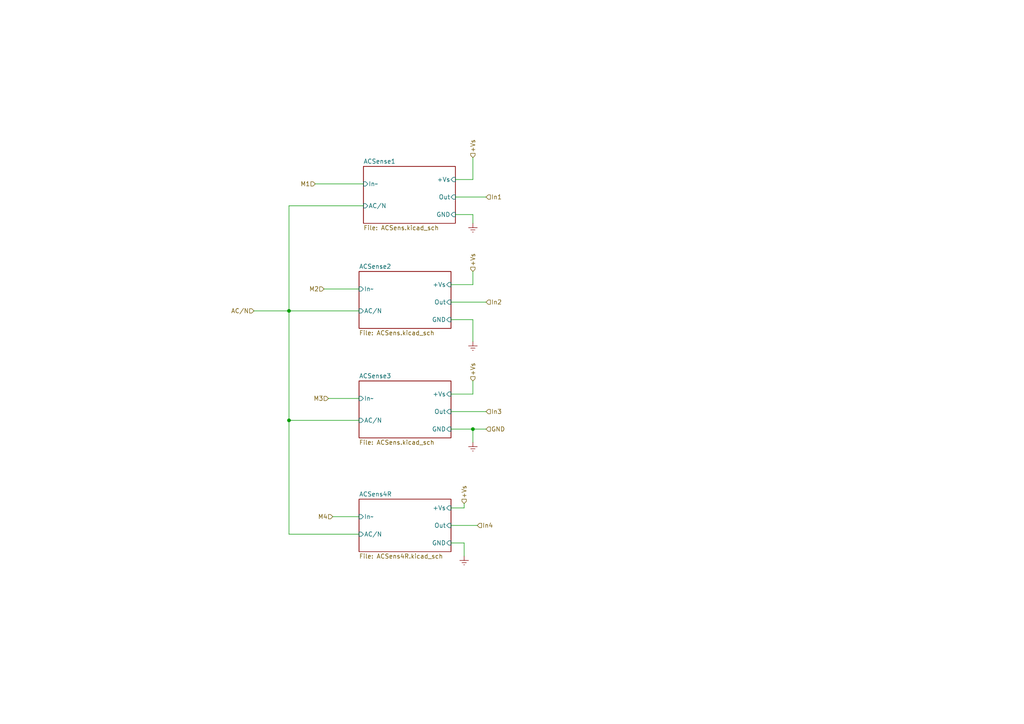
<source format=kicad_sch>
(kicad_sch (version 20230121) (generator eeschema)
  (paper "A4")
  (lib_symbols
    (symbol "power:Earth" (power) (pin_names (offset 0))
      (symbol "Earth_0_1"
        (polyline (pts (xy -0.635 -1.905) (xy 0.635 -1.905)))
        (polyline (pts (xy -0.127 -2.54) (xy 0.127 -2.54)))
        (polyline (pts (xy 0 -1.27) (xy 0 0)))
        (polyline (pts (xy 1.27 -1.27) (xy -1.27 -1.27)))
      )
      (symbol "Earth_1_1"
        (pin power_in line (at 0 0 270) (length 0) hide (name "Earth") (number "1"))
      )
    )
  )
  (junction (at 83.82 121.92))
  (junction (at 83.82 90.17))
  (junction (at 137.16 124.46))
  (wire (pts (xy 140.97 87.63) (xy 130.81 87.63)))
  (wire (pts (xy 105.41 59.69) (xy 83.82 59.69)))
  (wire (pts (xy 137.16 110.49) (xy 137.16 114.3)))
  (wire (pts (xy 130.81 114.3) (xy 137.16 114.3)))
  (wire (pts (xy 104.14 121.92) (xy 83.82 121.92)))
  (wire (pts (xy 73.66 90.17) (xy 83.82 90.17)))
  (wire (pts (xy 83.82 59.69) (xy 83.82 90.17)))
  (wire (pts (xy 130.81 124.46) (xy 137.16 124.46)))
  (wire (pts (xy 137.16 92.71) (xy 137.16 99.06)))
  (wire (pts (xy 137.16 124.46) (xy 140.97 124.46)))
  (wire (pts (xy 83.82 90.17) (xy 83.82 121.92)))
  (wire (pts (xy 132.08 62.23) (xy 137.16 62.23)))
  (wire (pts (xy 130.81 119.38) (xy 140.97 119.38)))
  (wire (pts (xy 137.16 62.23) (xy 137.16 64.77)))
  (wire (pts (xy 83.82 90.17) (xy 104.14 90.17)))
  (wire (pts (xy 130.81 147.32) (xy 134.62 147.32)))
  (wire (pts (xy 95.25 115.57) (xy 104.14 115.57)))
  (wire (pts (xy 132.08 52.07) (xy 137.16 52.07)))
  (wire (pts (xy 134.62 161.29) (xy 134.62 157.48)))
  (wire (pts (xy 130.81 82.55) (xy 137.16 82.55)))
  (wire (pts (xy 132.08 57.15) (xy 140.97 57.15)))
  (wire (pts (xy 91.44 53.34) (xy 105.41 53.34)))
  (wire (pts (xy 137.16 45.72) (xy 137.16 52.07)))
  (wire (pts (xy 134.62 147.32) (xy 134.62 146.05)))
  (wire (pts (xy 137.16 82.55) (xy 137.16 78.74)))
  (wire (pts (xy 130.81 92.71) (xy 137.16 92.71)))
  (wire (pts (xy 96.52 149.86) (xy 104.14 149.86)))
  (wire (pts (xy 104.14 154.94) (xy 83.82 154.94)))
  (wire (pts (xy 137.16 128.27) (xy 137.16 124.46)))
  (wire (pts (xy 130.81 152.4) (xy 138.43 152.4)))
  (wire (pts (xy 83.82 154.94) (xy 83.82 121.92)))
  (wire (pts (xy 134.62 157.48) (xy 130.81 157.48)))
  (wire (pts (xy 93.98 83.82) (xy 104.14 83.82)))
  (hierarchical_label "+Vs" (shape input) (at 134.62 146.05 90))
  (hierarchical_label "+Vs" (shape input) (at 137.16 78.74 90))
  (hierarchical_label "In2" (shape input) (at 140.97 87.63 0))
  (hierarchical_label "In4" (shape input) (at 138.43 152.4 0))
  (hierarchical_label "+Vs" (shape input) (at 137.16 45.72 90))
  (hierarchical_label "M4" (shape input) (at 96.52 149.86 180))
  (hierarchical_label "In1" (shape input) (at 140.97 57.15 0))
  (hierarchical_label "+Vs" (shape input) (at 137.16 110.49 90))
  (hierarchical_label "In3" (shape input) (at 140.97 119.38 0))
  (hierarchical_label "M2" (shape input) (at 93.98 83.82 180))
  (hierarchical_label "AC{slash}N" (shape input) (at 73.66 90.17 180))
  (hierarchical_label "M1" (shape input) (at 91.44 53.34 180))
  (hierarchical_label "GND" (shape input) (at 140.97 124.46 0))
  (hierarchical_label "M3" (shape input) (at 95.25 115.57 180))
  (symbol (lib_id "power:Earth") (at 134.62 161.29 0) (unit 1)
    (property "Reference" "#PWR03" (effects hide))
    (property "Value" "Earth" (effects hide))
    (instances (project "ACSensor-3N" (path "" (reference "#PWR03") (unit 1))) (project "WemosD1Mini-8266" (path "" (reference "#PWR01") (unit 1)) (path "" (reference "#PWR08") (unit 1))))
  )
  (symbol (lib_id "power:Earth") (at 137.16 64.77 0) (unit 1)
    (property "Reference" "#PWR03" (effects hide))
    (property "Value" "Earth" (effects hide))
    (instances (project "ACSensor-3N" (path "" (reference "#PWR03") (unit 1))) (project "WemosD1Mini-8266" (path "" (reference "#PWR01") (unit 1)) (path "" (reference "#PWR06") (unit 1))))
  )
  (symbol (lib_id "power:Earth") (at 137.16 128.27 0) (unit 1)
    (property "Reference" "#PWR03" (effects hide))
    (property "Value" "Earth" (effects hide))
    (instances (project "ACSensor-3N" (path "" (reference "#PWR03") (unit 1))) (project "WemosD1Mini-8266" (path "" (reference "#PWR01") (unit 1)) (path "" (reference "#PWR04") (unit 1))))
  )
  (symbol (lib_id "power:Earth") (at 137.16 99.06 0) (unit 1)
    (property "Reference" "#PWR03" (effects hide))
    (property "Value" "Earth" (effects hide))
    (instances (project "ACSensor-3N" (path "" (reference "#PWR03") (unit 1))) (project "WemosD1Mini-8266" (path "" (reference "#PWR01") (unit 1)) (path "" (reference "#PWR05") (unit 1))))
  )
  (sheet (at 104.14 78.74) (size 26.67 16.51) (stroke (width 0.1524))
    (property "Sheetname" "ACSense2" (at 104.14 78.0284 0) (effects (justify left bottom)))
    (property "Sheetfile" "ACSens.kicad_sch" (at 104.14 95.8346 0) (effects (justify left top)))
    (pin "In~" input (at 104.14 83.82 180))
    (pin "AC{slash}N" input (at 104.14 90.17 180))
    (pin "+Vs" input (at 130.81 82.55 0))
    (pin "Out" input (at 130.81 87.63 0))
    (pin "GND" input (at 130.81 92.71 0))
  )
  (sheet (at 104.14 110.49) (size 26.67 16.51) (stroke (width 0.1524))
    (property "Sheetname" "ACSense3" (at 104.14 109.7784 0) (effects (justify left bottom)))
    (property "Sheetfile" "ACSens.kicad_sch" (at 104.14 127.5846 0) (effects (justify left top)))
    (pin "In~" input (at 104.14 115.57 180))
    (pin "AC{slash}N" input (at 104.14 121.92 180))
    (pin "+Vs" input (at 130.81 114.3 0))
    (pin "Out" input (at 130.81 119.38 0))
    (pin "GND" input (at 130.81 124.46 0))
  )
  (sheet (at 105.41 48.26) (size 26.67 16.51) (stroke (width 0.1524))
    (property "Sheetname" "ACSense1" (at 105.41 47.5484 0) (effects (justify left bottom)))
    (property "Sheetfile" "ACSens.kicad_sch" (at 105.41 65.3546 0) (effects (justify left top)))
    (pin "In~" input (at 105.41 53.34 180))
    (pin "AC{slash}N" input (at 105.41 59.69 180))
    (pin "+Vs" input (at 132.08 52.07 0))
    (pin "Out" input (at 132.08 57.15 0))
    (pin "GND" input (at 132.08 62.23 0))
  )
  (sheet (at 104.14 144.78) (size 26.67 15.24) (stroke (width 0.1524))
    (property "Sheetname" "ACSens4R" (at 104.14 144.0684 0) (effects (justify left bottom)))
    (property "Sheetfile" "ACSens4R.kicad_sch" (at 104.14 160.6046 0) (effects (justify left top)))
    (pin "In~" input (at 104.14 149.86 180))
    (pin "GND" input (at 130.81 157.48 0))
    (pin "Out" input (at 130.81 152.4 0))
    (pin "+Vs" input (at 130.81 147.32 0))
    (pin "AC{slash}N" input (at 104.14 154.94 180))
  )
)
</source>
